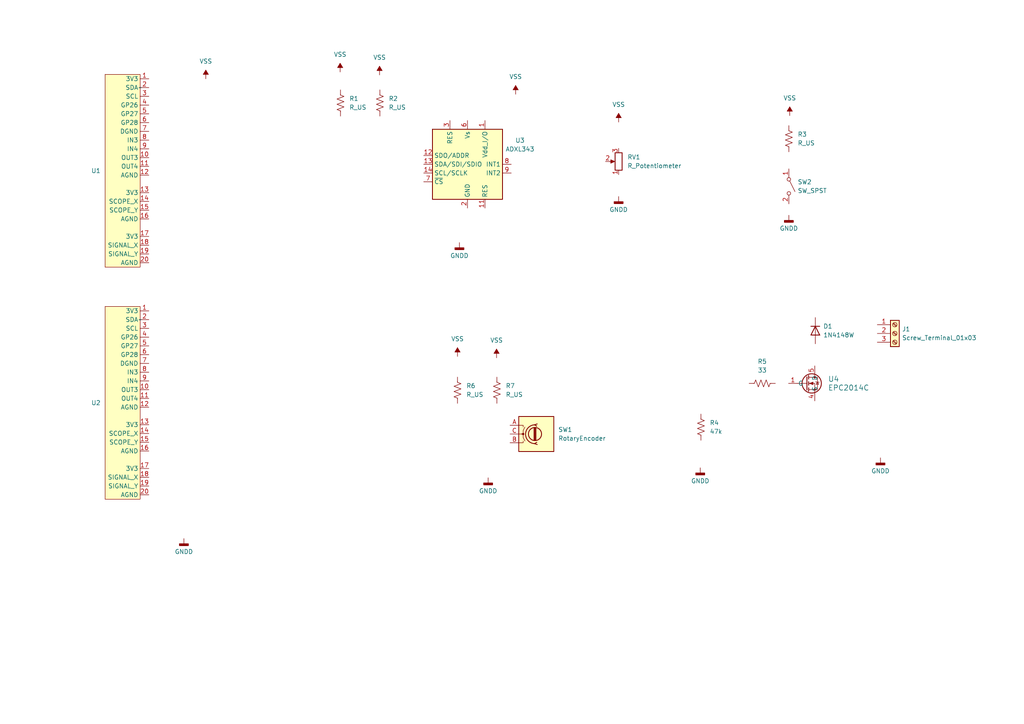
<source format=kicad_sch>
(kicad_sch (version 20230121) (generator eeschema)
  (paper "A4")
  (lib_symbols
    (symbol "Connector:Screw_Terminal_01x03" (pin_names (offset 1.016) hide)
      (property "Reference" "J" (at 0 5.08 0))
      (property "Value" "Screw_Terminal_01x03" (at 0 -5.08 0))
      (symbol "Screw_Terminal_01x03_1_1"
        (rectangle (start -1.27 3.81) (end 1.27 -3.81) (stroke (width 0.254)) (fill (type background)))
        (circle (center 0 -2.54) (radius 0.635) (stroke (width 0.1524)))
        (polyline (pts (xy -0.5334 -2.2098) (xy 0.3302 -3.048)) (stroke (width 0.1524)))
        (polyline (pts (xy -0.5334 0.3302) (xy 0.3302 -0.508)) (stroke (width 0.1524)))
        (polyline (pts (xy -0.5334 2.8702) (xy 0.3302 2.032)) (stroke (width 0.1524)))
        (polyline (pts (xy -0.3556 -2.032) (xy 0.508 -2.8702)) (stroke (width 0.1524)))
        (polyline (pts (xy -0.3556 0.508) (xy 0.508 -0.3302)) (stroke (width 0.1524)))
        (polyline (pts (xy -0.3556 3.048) (xy 0.508 2.2098)) (stroke (width 0.1524)))
        (circle (center 0 0) (radius 0.635) (stroke (width 0.1524)))
        (circle (center 0 2.54) (radius 0.635) (stroke (width 0.1524)))
        (pin passive line (at -5.08 2.54 0) (length 3.81) (name "Pin_1") (number "1"))
        (pin passive line (at -5.08 0 0) (length 3.81) (name "Pin_2") (number "2"))
        (pin passive line (at -5.08 -2.54 0) (length 3.81) (name "Pin_3") (number "3"))
      )
    )
    (symbol "Device:R_Potentiometer" (pin_names (offset 1.016) hide)
      (property "Reference" "RV" (at -4.445 0 90))
      (property "Value" "R_Potentiometer" (at -2.54 0 90))
      (symbol "R_Potentiometer_0_1"
        (polyline (pts (xy 2.54 0) (xy 1.524 0)))
        (polyline (pts (xy 1.143 0) (xy 2.286 0.508) (xy 2.286 -0.508) (xy 1.143 0)) (fill (type outline)))
        (rectangle (start 1.016 2.54) (end -1.016 -2.54) (stroke (width 0.254)))
      )
      (symbol "R_Potentiometer_1_1"
        (pin passive line (at 0 3.81 270) (length 1.27) (name "1") (number "1"))
        (pin passive line (at 3.81 0 180) (length 1.27) (name "2") (number "2"))
        (pin passive line (at 0 -3.81 90) (length 1.27) (name "3") (number "3"))
      )
    )
    (symbol "Device:R_US" (pin_numbers hide) (pin_names (offset 0))
      (property "Reference" "R" (at 2.54 0 90))
      (property "Value" "R_US" (at -2.54 0 90))
      (symbol "R_US_0_1"
        (polyline (pts (xy 0 -2.286) (xy 0 -2.54)))
        (polyline (pts (xy 0 2.286) (xy 0 2.54)))
        (polyline (pts (xy 0 -0.762) (xy 1.016 -1.143) (xy 0 -1.524) (xy -1.016 -1.905) (xy 0 -2.286)))
        (polyline (pts (xy 0 0.762) (xy 1.016 0.381) (xy 0 0) (xy -1.016 -0.381) (xy 0 -0.762)))
        (polyline (pts (xy 0 2.286) (xy 1.016 1.905) (xy 0 1.524) (xy -1.016 1.143) (xy 0 0.762)))
      )
      (symbol "R_US_1_1"
        (pin passive line (at 0 3.81 270) (length 1.27) (name "~") (number "1"))
        (pin passive line (at 0 -3.81 90) (length 1.27) (name "~") (number "2"))
      )
    )
    (symbol "Device:RotaryEncoder" (pin_names (offset 0.254) hide)
      (property "Reference" "SW" (at 0 6.604 0))
      (property "Value" "RotaryEncoder" (at 0 -6.604 0))
      (symbol "RotaryEncoder_0_1"
        (rectangle (start -5.08 5.08) (end 5.08 -5.08) (stroke (width 0.254)) (fill (type background)))
        (circle (center -3.81 0) (radius 0.254) (fill (type outline)))
        (circle (center -0.381 0) (radius 1.905) (stroke (width 0.254)))
        (arc (start -0.381 2.667) (mid -3.0988 -0.0635) (end -0.381 -2.794) (stroke (width 0.254)))
        (polyline (pts (xy -0.635 -1.778) (xy -0.635 1.778)) (stroke (width 0.254)))
        (polyline (pts (xy -0.381 -1.778) (xy -0.381 1.778)) (stroke (width 0.254)))
        (polyline (pts (xy -0.127 1.778) (xy -0.127 -1.778)) (stroke (width 0.254)))
        (polyline (pts (xy -5.08 -2.54) (xy -3.81 -2.54) (xy -3.81 -2.032)))
        (polyline (pts (xy -5.08 2.54) (xy -3.81 2.54) (xy -3.81 2.032)))
        (polyline (pts (xy 0.254 -3.048) (xy -0.508 -2.794) (xy 0.127 -2.413)) (stroke (width 0.254)))
        (polyline (pts (xy 0.254 2.921) (xy -0.508 2.667) (xy 0.127 2.286)) (stroke (width 0.254)))
        (polyline (pts (xy -5.08 0) (xy -3.81 0) (xy -3.81 -1.016) (xy -3.302 -2.032)))
        (polyline (pts (xy -4.318 0) (xy -3.81 0) (xy -3.81 1.016) (xy -3.302 2.032)))
      )
      (symbol "RotaryEncoder_1_1"
        (pin passive line (at -7.62 2.54 0) (length 2.54) (name "A") (number "A"))
        (pin passive line (at -7.62 -2.54 0) (length 2.54) (name "B") (number "B"))
        (pin passive line (at -7.62 0 0) (length 2.54) (name "C") (number "C"))
      )
    )
    (symbol "Diode:1N4148W" (pin_numbers hide) (pin_names hide)
      (property "Reference" "D" (at 0 2.54 0))
      (property "Value" "1N4148W" (at 0 -2.54 0))
      (symbol "1N4148W_0_1"
        (polyline (pts (xy -1.27 1.27) (xy -1.27 -1.27)) (stroke (width 0.254)))
        (polyline (pts (xy 1.27 0) (xy -1.27 0)))
        (polyline (pts (xy 1.27 1.27) (xy 1.27 -1.27) (xy -1.27 0) (xy 1.27 1.27)) (stroke (width 0.254)))
      )
      (symbol "1N4148W_1_1"
        (pin passive line (at -3.81 0 0) (length 2.54) (name "K") (number "1"))
        (pin passive line (at 3.81 0 180) (length 2.54) (name "A") (number "2"))
      )
    )
    (symbol "Sensor_Motion:ADXL343"
      (property "Reference" "U" (at -8.89 11.43 0))
      (property "Value" "ADXL343" (at -7.62 -11.43 0))
      (symbol "ADXL343_0_1"
        (rectangle (start -10.16 10.16) (end 10.16 -10.16) (stroke (width 0.254)) (fill (type background)))
      )
      (symbol "ADXL343_1_1"
        (pin power_in line (at 5.08 12.7 270) (length 2.54) (name "Vdd_I/O") (number "1"))
        (pin no_connect line (at -5.08 -10.16 90) (length 2.54) hide (name "NC") (number "10"))
        (pin passive line (at 5.08 -12.7 90) (length 2.54) (name "RES") (number "11"))
        (pin bidirectional line (at -12.7 2.54 0) (length 2.54) (name "SDO/ADDR") (number "12"))
        (pin bidirectional line (at -12.7 0 0) (length 2.54) (name "SDA/SDI/SDIO") (number "13"))
        (pin input line (at -12.7 -2.54 0) (length 2.54) (name "SCL/SCLK") (number "14"))
        (pin power_in line (at 0 -12.7 90) (length 2.54) (name "GND") (number "2"))
        (pin passive line (at -5.08 12.7 270) (length 2.54) (name "RES") (number "3"))
        (pin passive line (at 0 -12.7 90) (length 2.54) hide (name "GND") (number "4"))
        (pin passive line (at 0 -12.7 90) (length 2.54) hide (name "GND") (number "5"))
        (pin power_in line (at 0 12.7 270) (length 2.54) (name "Vs") (number "6"))
        (pin input line (at -12.7 -5.08 0) (length 2.54) (name "~{CS}") (number "7"))
        (pin output line (at 12.7 0 180) (length 2.54) (name "INT1") (number "8"))
        (pin output line (at 12.7 -2.54 180) (length 2.54) (name "INT2") (number "9"))
      )
    )
    (symbol "Switch:SW_SPST" (pin_names (offset 0) hide)
      (property "Reference" "SW" (at 0 3.175 0))
      (property "Value" "SW_SPST" (at 0 -2.54 0))
      (symbol "SW_SPST_0_0"
        (circle (center -2.032 0) (radius 0.508))
        (polyline (pts (xy -1.524 0.254) (xy 1.524 1.778)))
        (circle (center 2.032 0) (radius 0.508))
      )
      (symbol "SW_SPST_1_1"
        (pin passive line (at -5.08 0 0) (length 2.54) (name "A") (number "1"))
        (pin passive line (at 5.08 0 180) (length 2.54) (name "B") (number "2"))
      )
    )
    (symbol "power:GNDD" (power) (pin_names (offset 0))
      (property "Value" "GNDD" (at 0 -3.175 0))
      (symbol "GNDD_0_1"
        (rectangle (start -1.27 -1.524) (end 1.27 -2.032) (stroke (width 0.254)) (fill (type outline)))
        (polyline (pts (xy 0 0) (xy 0 -1.524)))
      )
      (symbol "GNDD_1_1"
        (pin power_in line (at 0 0 270) (length 0) hide (name "GNDD") (number "1"))
      )
    )
    (symbol "power:VSS" (power) (pin_names (offset 0))
      (property "Value" "VSS" (at 0 3.81 0))
      (symbol "VSS_0_1"
        (polyline (pts (xy 0 0) (xy 0 2.54)))
        (polyline (pts (xy 0.762 1.27) (xy -0.762 1.27) (xy 0 2.54) (xy 0.762 1.27)) (fill (type outline)))
      )
      (symbol "VSS_1_1"
        (pin power_in line (at 0 0 90) (length 0) hide (name "VSS") (number "1"))
      )
    )
    (symbol "supercon23:EPC2014C" (pin_names (offset 0.254))
      (property "Reference" "U" (at 12.7 5.08 0))
      (property "Value" "EPC2014C" (at 17.78 2.54 0))
      (symbol "EPC2014C_0_1"
        (polyline (pts (xy 5.334 0) (xy 2.54 0)))
        (polyline (pts (xy 5.334 1.905) (xy 5.334 -1.905)) (stroke (width 0.254)))
        (polyline (pts (xy 5.842 -1.27) (xy 5.842 -2.286)) (stroke (width 0.254)))
        (polyline (pts (xy 5.842 0.508) (xy 5.842 -0.508)) (stroke (width 0.254)))
        (polyline (pts (xy 5.842 2.286) (xy 5.842 1.27)) (stroke (width 0.254)))
        (polyline (pts (xy 7.62 2.54) (xy 7.62 1.778)))
        (polyline (pts (xy 7.62 -2.54) (xy 7.62 0) (xy 5.842 0)))
        (polyline (pts (xy 5.842 -1.778) (xy 8.382 -1.778) (xy 8.382 1.778) (xy 5.842 1.778)))
        (polyline (pts (xy 6.096 0) (xy 7.112 0.381) (xy 7.112 -0.381) (xy 6.096 0)) (fill (type outline)))
        (polyline (pts (xy 7.874 0.508) (xy 8.001 0.381) (xy 8.763 0.381) (xy 8.89 0.254)))
        (polyline (pts (xy 8.382 0.381) (xy 8.001 -0.254) (xy 8.763 -0.254) (xy 8.382 0.381)))
        (circle (center 6.731 0) (radius 2.794) (stroke (width 0.254)))
        (circle (center 7.62 -1.778) (radius 0.254) (fill (type outline)))
        (circle (center 7.62 1.778) (radius 0.254) (fill (type outline)))
      )
      (symbol "EPC2014C_1_1"
        (pin input line (at 0 0 0) (length 2.54) (name "G") (number "1"))
        (pin passive line (at 7.62 -5.08 90) (length 2.54) (name "S") (number "4"))
        (pin passive line (at 7.62 5.08 270) (length 2.54) (name "D") (number "5"))
      )
    )
    (symbol "supercon23:Supercon2023badge"
      (property "Reference" "U" (at 7.62 -1.27 0))
      (symbol "Supercon2023badge_1_1"
        (rectangle (start 0 1.27) (end 10.16 -54.61) (fill (type background)))
        (pin power_in line (at -2.54 0 0) (length 2.54) (name "3V3") (number "1"))
        (pin input line (at -2.54 -22.86 0) (length 2.54) (name "OUT3") (number "10"))
        (pin input line (at -2.54 -25.4 0) (length 2.54) (name "OUT4") (number "11"))
        (pin power_in line (at -2.54 -27.94 0) (length 2.54) (name "AGND") (number "12"))
        (pin power_in line (at -2.54 -33.02 0) (length 2.54) (name "3V3") (number "13"))
        (pin output line (at -2.54 -35.56 0) (length 2.54) (name "SCOPE_X") (number "14"))
        (pin output line (at -2.54 -38.1 0) (length 2.54) (name "SCOPE_Y") (number "15"))
        (pin output line (at -2.54 -40.64 0) (length 2.54) (name "AGND") (number "16"))
        (pin power_in line (at -2.54 -45.72 0) (length 2.54) (name "3V3") (number "17"))
        (pin input line (at -2.54 -48.26 0) (length 2.54) (name "SIGNAL_X") (number "18"))
        (pin input line (at -2.54 -50.8 0) (length 2.54) (name "SIGNAL_Y") (number "19"))
        (pin bidirectional line (at -2.54 -2.54 0) (length 2.54) (name "SDA") (number "2"))
        (pin power_in line (at -2.54 -53.34 0) (length 2.54) (name "AGND") (number "20"))
        (pin bidirectional line (at -2.54 -5.08 0) (length 2.54) (name "SCL") (number "3"))
        (pin bidirectional line (at -2.54 -7.62 0) (length 2.54) (name "GP26") (number "4"))
        (pin bidirectional line (at -2.54 -10.16 0) (length 2.54) (name "GP27") (number "5"))
        (pin bidirectional line (at -2.54 -12.7 0) (length 2.54) (name "GP28") (number "6"))
        (pin power_in line (at -2.54 -15.24 0) (length 2.54) (name "DGND") (number "7"))
        (pin output line (at -2.54 -17.78 0) (length 2.54) (name "IN3") (number "8"))
        (pin output line (at -2.54 -20.32 0) (length 2.54) (name "IN4") (number "9"))
      )
    )
  )
  (symbol (lib_id "supercon23:Supercon2023badge") (at 40.64 22.86 0) (mirror y) (unit 1)
    (property "Reference" "U1" (at 29.21 49.53 0) (effects (justify left)))
    (property "Value" "~" (at 40.64 25.4 0))
  )
  (symbol (lib_id "Device:R_US") (at 228.8032 40.2336 180) (unit 1)
    (property "Reference" "R3" (at 231.3432 38.9636 0) (effects (justify right)))
    (property "Value" "R_US" (at 231.3432 41.5036 0) (effects (justify right)))
  )
  (symbol (lib_id "Device:R_US") (at 221.0816 111.2012 270) (unit 1)
    (property "Reference" "R5" (at 221.0816 104.8512 90))
    (property "Value" "33" (at 221.0816 107.3912 90))
  )
  (symbol (lib_id "supercon23:Supercon2023badge") (at 40.64 90.17 0) (mirror y) (unit 1)
    (property "Reference" "U2" (at 29.21 116.84 0) (effects (justify left)))
    (property "Value" "~" (at 40.64 92.71 0))
  )
  (symbol (lib_id "Device:RotaryEncoder") (at 155.5496 125.8824 0) (unit 1)
    (property "Reference" "SW1" (at 161.8996 124.6124 0) (effects (justify left)))
    (property "Value" "RotaryEncoder" (at 161.8996 127.1524 0) (effects (justify left)))
  )
  (symbol (lib_id "power:VSS") (at 132.6896 103.378 0) (unit 1)
    (property "Reference" "#PWR011" (effects hide))
    (property "Value" "VSS" (at 132.6896 98.298 0))
  )
  (symbol (lib_id "Sensor_Motion:ADXL343") (at 135.5852 47.6504 0) (unit 1)
    (property "Reference" "U3" (at 150.8252 40.7223 0))
    (property "Value" "ADXL343" (at 150.8252 43.2623 0))
    (property "Footprint" "Package_LGA:LGA-14_3x5mm_P0.8mm_LayoutBorder1x6y" (effects hide))
    (property "Datasheet" "https://www.analog.com/media/en/technical-documentation/data-sheets/ADXL343.pdf" (effects hide))
  )
  (symbol (lib_id "Device:R_US") (at 132.6896 113.1824 180) (unit 1)
    (property "Reference" "R6" (at 135.2296 111.9124 0) (effects (justify right)))
    (property "Value" "R_US" (at 135.2296 114.4524 0) (effects (justify right)))
  )
  (symbol (lib_id "Device:R_US") (at 203.3016 123.9012 180) (unit 1)
    (property "Reference" "R4" (at 205.8416 122.6312 0) (effects (justify right)))
    (property "Value" "47k" (at 205.8416 125.1712 0) (effects (justify right)))
  )
  (symbol (lib_id "power:GNDD") (at 141.5796 138.5824 0) (unit 1)
    (property "Reference" "#PWR02" (effects hide))
    (property "Value" "GNDD" (at 141.5796 142.3924 0))
  )
  (symbol (lib_id "Connector:Screw_Terminal_01x03") (at 259.5372 96.7232 0) (unit 1)
    (property "Reference" "J1" (at 261.62 95.4532 0) (effects (justify left)))
    (property "Value" "Screw_Terminal_01x03" (at 261.62 97.9932 0) (effects (justify left)))
  )
  (symbol (lib_id "power:GNDD") (at 179.4256 56.9976 0) (unit 1)
    (property "Reference" "#PWR04" (effects hide))
    (property "Value" "GNDD" (at 179.4256 60.8076 0))
  )
  (symbol (lib_id "power:VSS") (at 179.4256 35.4076 0) (unit 1)
    (property "Reference" "#PWR?" (effects hide))
    (property "Value" "VSS" (at 179.4256 30.3276 0))
  )
  (symbol (lib_id "power:GNDD") (at 203.0984 135.6868 0) (unit 1)
    (property "Reference" "#PWR013" (effects hide))
    (property "Value" "GNDD" (at 203.0984 139.4968 0))
  )
  (symbol (lib_id "power:VSS") (at 149.5552 27.3304 0) (unit 1)
    (property "Reference" "#PWR07" (effects hide))
    (property "Value" "VSS" (at 149.5552 22.2504 0))
  )
  (symbol (lib_id "power:GNDD") (at 53.34 156.21 0) (unit 1)
    (property "Reference" "#PWR05" (effects hide))
    (property "Value" "GNDD" (at 53.34 160.02 0))
  )
  (symbol (lib_id "Device:R_US") (at 98.7552 29.8704 180) (unit 1)
    (property "Reference" "R1" (at 101.2952 28.6004 0) (effects (justify right)))
    (property "Value" "R_US" (at 101.2952 31.1404 0) (effects (justify right)))
  )
  (symbol (lib_id "power:GNDD") (at 255.3716 132.7912 0) (unit 1)
    (property "Reference" "#PWR01" (effects hide))
    (property "Value" "GNDD" (at 255.3716 136.6012 0))
  )
  (symbol (lib_id "power:VSS") (at 144.018 103.7844 0) (unit 1)
    (property "Reference" "#PWR012" (effects hide))
    (property "Value" "VSS" (at 144.018 98.7044 0))
  )
  (symbol (lib_id "power:VSS") (at 98.6536 20.8788 0) (unit 1)
    (property "Reference" "#PWR09" (effects hide))
    (property "Value" "VSS" (at 98.6536 15.7988 0))
  )
  (symbol (lib_id "Device:R_Potentiometer") (at 179.4256 46.8376 180) (unit 1)
    (property "Reference" "RV1" (at 181.9656 45.5676 0) (effects (justify right)))
    (property "Value" "R_Potentiometer" (at 181.9656 48.1076 0) (effects (justify right)))
  )
  (symbol (lib_id "power:VSS") (at 229.0572 33.528 0) (unit 1)
    (property "Reference" "#PWR08" (effects hide))
    (property "Value" "VSS" (at 229.0572 28.448 0))
  )
  (symbol (lib_id "supercon23:EPC2014C") (at 228.7016 111.2012 0) (unit 1)
    (property "Reference" "U4" (at 240.1316 109.9312 0) (effects (font (size 1.524 1.524)) (justify left)))
    (property "Value" "EPC2014C" (at 240.1316 112.4712 0) (effects (font (size 1.524 1.524)) (justify left)))
    (property "Footprint" "MOSFET_EPC2014C_ECC" (effects hide))
    (property "Datasheet" "EPC2014C" (effects hide))
  )
  (symbol (lib_id "power:VSS") (at 59.69 22.86 0) (unit 1)
    (property "Reference" "#PWR?" (effects hide))
    (property "Value" "VSS" (at 59.69 17.78 0))
  )
  (symbol (lib_id "Switch:SW_SPST") (at 228.8032 54.0512 270) (unit 1)
    (property "Reference" "SW2" (at 231.3432 52.7812 90) (effects (justify left)))
    (property "Value" "SW_SPST" (at 231.3432 55.3212 90) (effects (justify left)))
  )
  (symbol (lib_id "Diode:1N4148W") (at 236.474 95.9104 270) (unit 1)
    (property "Reference" "D1" (at 238.76 94.6404 90) (effects (justify left)))
    (property "Value" "1N4148W" (at 238.76 97.1804 90) (effects (justify left)))
    (property "Footprint" "Diode_SMD:D_SOD-123" (effects hide))
    (property "Datasheet" "https://www.vishay.com/docs/85748/1n4148w.pdf" (effects hide))
    (property "Sim.Device" "D" (effects hide))
    (property "Sim.Pins" "1=K 2=A" (effects hide))
  )
  (symbol (lib_id "power:GNDD") (at 133.2545 70.3567 0) (unit 1)
    (property "Reference" "#PWR06" (effects hide))
    (property "Value" "GNDD" (at 133.2545 74.1667 0))
  )
  (symbol (lib_id "power:VSS") (at 110.0836 21.7424 0) (unit 1)
    (property "Reference" "#PWR010" (effects hide))
    (property "Value" "VSS" (at 110.0836 16.6624 0))
  )
  (symbol (lib_id "Device:R_US") (at 144.1196 113.1824 180) (unit 1)
    (property "Reference" "R7" (at 146.6596 111.9124 0) (effects (justify right)))
    (property "Value" "R_US" (at 146.6596 114.4524 0) (effects (justify right)))
  )
  (symbol (lib_id "power:GNDD") (at 228.8032 62.4332 0) (unit 1)
    (property "Reference" "#PWR03" (effects hide))
    (property "Value" "GNDD" (at 228.8032 66.2432 0))
  )
  (symbol (lib_id "Device:R_US") (at 110.1852 29.8704 180) (unit 1)
    (property "Reference" "R2" (at 112.7252 28.6004 0) (effects (justify right)))
    (property "Value" "R_US" (at 112.7252 31.1404 0) (effects (justify right)))
  )
)
</source>
